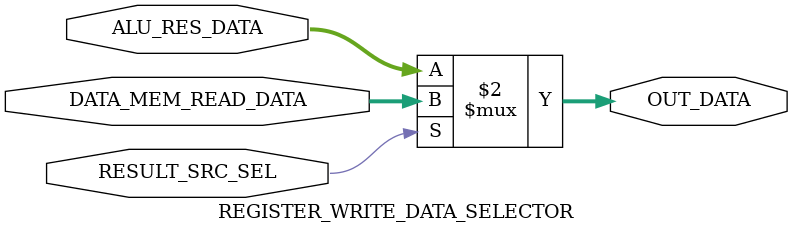
<source format=v>
module REGISTER_WRITE_DATA_SELECTOR(
	input RESULT_SRC_SEL,
	input [31:0] ALU_RES_DATA,
	input [31:0] DATA_MEM_READ_DATA,
	output [31:0] OUT_DATA
);

assign OUT_DATA = (RESULT_SRC_SEL == 1'b0) ?
	ALU_RES_DATA :
	DATA_MEM_READ_DATA;

endmodule
</source>
